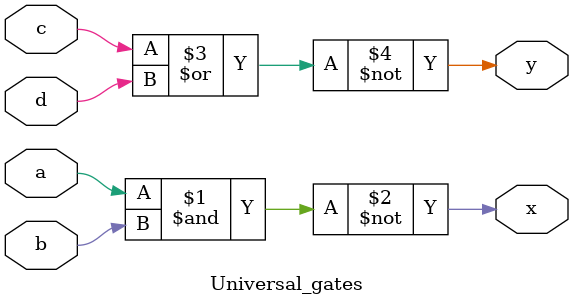
<source format=v>

module Universal_gates (
  input a,b,c,d,
  output x,y
);
  
  nand N1(x,a,b);
  nor R1(y,c,d);
  
//nand,nor should be in lower case
  
endmodule


</source>
